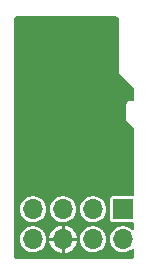
<source format=gbr>
%TF.GenerationSoftware,KiCad,Pcbnew,6.0.9*%
%TF.CreationDate,2023-01-08T13:44:57+01:00*%
%TF.ProjectId,usd-mock-bob,7573642d-6d6f-4636-9b2d-626f622e6b69,0.1.0*%
%TF.SameCoordinates,Original*%
%TF.FileFunction,Copper,L1,Top*%
%TF.FilePolarity,Positive*%
%FSLAX46Y46*%
G04 Gerber Fmt 4.6, Leading zero omitted, Abs format (unit mm)*
G04 Created by KiCad (PCBNEW 6.0.9) date 2023-01-08 13:44:57*
%MOMM*%
%LPD*%
G01*
G04 APERTURE LIST*
%TA.AperFunction,ComponentPad*%
%ADD10O,1.700000X1.700000*%
%TD*%
%TA.AperFunction,ComponentPad*%
%ADD11R,1.700000X1.700000*%
%TD*%
G04 APERTURE END LIST*
D10*
%TO.P,J1,8,Pin_8*%
%TO.N,/DAT1*%
X137180000Y-100265000D03*
%TO.P,J1,7,Pin_7*%
%TO.N,/DAT0*%
X137180000Y-97725000D03*
%TO.P,J1,6,Pin_6*%
%TO.N,GND*%
X139720000Y-100265000D03*
%TO.P,J1,5,Pin_5*%
%TO.N,/CLK*%
X139720000Y-97725000D03*
%TO.P,J1,4,Pin_4*%
%TO.N,/VDD*%
X142260000Y-100265000D03*
%TO.P,J1,3,Pin_3*%
%TO.N,/CMD*%
X142260000Y-97725000D03*
%TO.P,J1,2,Pin_2*%
%TO.N,/DAT3*%
X144800000Y-100265000D03*
D11*
%TO.P,J1,1,Pin_1*%
%TO.N,/DAT2*%
X144800000Y-97725000D03*
%TD*%
%TA.AperFunction,Conductor*%
%TO.N,GND*%
G36*
X140900295Y-81381501D02*
G01*
X144110062Y-81381502D01*
X144129774Y-81383053D01*
X144150002Y-81386257D01*
X144159797Y-81384706D01*
X144160310Y-81384706D01*
X144180020Y-81386257D01*
X144228714Y-81393969D01*
X144266206Y-81406152D01*
X144319429Y-81433271D01*
X144351322Y-81456443D01*
X144393560Y-81498682D01*
X144416729Y-81530572D01*
X144443849Y-81583797D01*
X144456032Y-81621292D01*
X144463750Y-81670025D01*
X144465301Y-81689729D01*
X144465301Y-81690208D01*
X144463750Y-81700001D01*
X144465302Y-81709796D01*
X144465302Y-81714737D01*
X144465163Y-81717959D01*
X144465321Y-81719969D01*
X144464422Y-81730348D01*
X144466933Y-81740457D01*
X144467750Y-81750840D01*
X144467122Y-81750889D01*
X144468507Y-81762209D01*
X144468507Y-86045865D01*
X144465921Y-86070164D01*
X144465853Y-86071602D01*
X144463662Y-86081780D01*
X144464886Y-86092120D01*
X144467634Y-86115342D01*
X144467986Y-86121320D01*
X144468079Y-86121312D01*
X144468507Y-86126490D01*
X144468507Y-86131692D01*
X144469361Y-86136822D01*
X144471693Y-86150832D01*
X144472529Y-86156704D01*
X144478589Y-86207907D01*
X144482574Y-86216206D01*
X144484085Y-86225283D01*
X144508565Y-86270651D01*
X144511246Y-86275914D01*
X144530134Y-86315250D01*
X144530137Y-86315254D01*
X144533567Y-86322398D01*
X144537177Y-86326692D01*
X144539109Y-86328624D01*
X144540896Y-86330573D01*
X144540925Y-86330626D01*
X144540795Y-86330745D01*
X144541296Y-86331313D01*
X144544395Y-86337057D01*
X144552040Y-86344124D01*
X144584216Y-86373867D01*
X144587782Y-86377297D01*
X145731602Y-87521117D01*
X145765628Y-87583429D01*
X145768507Y-87610212D01*
X145768507Y-88392500D01*
X145748505Y-88460621D01*
X145694849Y-88507114D01*
X145642507Y-88518500D01*
X145472246Y-88518500D01*
X145461374Y-88518030D01*
X145419659Y-88514417D01*
X145403223Y-88518500D01*
X145377370Y-88524922D01*
X145367684Y-88526927D01*
X145324722Y-88534078D01*
X145315556Y-88539024D01*
X145310956Y-88540599D01*
X145306507Y-88542524D01*
X145296398Y-88545035D01*
X145287647Y-88550685D01*
X145287648Y-88550685D01*
X145259794Y-88568670D01*
X145251276Y-88573707D01*
X145222113Y-88589442D01*
X145222110Y-88589445D01*
X145212948Y-88594388D01*
X145205883Y-88602030D01*
X145202040Y-88605011D01*
X145198445Y-88608283D01*
X145189701Y-88613929D01*
X145183255Y-88622106D01*
X145162726Y-88648147D01*
X145156306Y-88655664D01*
X145126736Y-88687652D01*
X145122525Y-88697177D01*
X145119855Y-88701241D01*
X145117519Y-88705491D01*
X145111071Y-88713670D01*
X145107621Y-88723495D01*
X145096638Y-88754769D01*
X145092997Y-88763966D01*
X145075381Y-88803813D01*
X145074482Y-88814185D01*
X145072512Y-88821858D01*
X145071615Y-88826023D01*
X145068989Y-88833502D01*
X145068505Y-88839091D01*
X145068505Y-88877759D01*
X145068035Y-88888630D01*
X145064422Y-88930346D01*
X145066933Y-88940455D01*
X145067750Y-88950837D01*
X145067121Y-88950887D01*
X145068505Y-88962199D01*
X145068505Y-90045865D01*
X145065919Y-90070164D01*
X145065851Y-90071602D01*
X145063660Y-90081780D01*
X145064884Y-90092120D01*
X145067632Y-90115342D01*
X145067984Y-90121320D01*
X145068077Y-90121312D01*
X145068505Y-90126490D01*
X145068505Y-90131692D01*
X145069359Y-90136822D01*
X145071691Y-90150832D01*
X145072527Y-90156704D01*
X145078587Y-90207907D01*
X145082572Y-90216206D01*
X145084083Y-90225283D01*
X145108563Y-90270651D01*
X145111244Y-90275914D01*
X145130132Y-90315250D01*
X145130135Y-90315254D01*
X145133565Y-90322398D01*
X145137175Y-90326692D01*
X145139107Y-90328624D01*
X145140894Y-90330573D01*
X145140923Y-90330626D01*
X145140793Y-90330745D01*
X145141294Y-90331313D01*
X145144393Y-90337057D01*
X145152038Y-90344124D01*
X145184200Y-90373854D01*
X145187767Y-90377284D01*
X145731603Y-90921121D01*
X145765628Y-90983433D01*
X145768507Y-91010215D01*
X145768500Y-96031691D01*
X145768503Y-96031711D01*
X145768505Y-96031751D01*
X145768505Y-96494500D01*
X145748503Y-96562621D01*
X145694847Y-96609114D01*
X145642505Y-96620500D01*
X144204451Y-96620501D01*
X143924934Y-96620501D01*
X143889182Y-96627612D01*
X143862874Y-96632844D01*
X143862872Y-96632845D01*
X143850699Y-96635266D01*
X143840379Y-96642161D01*
X143840378Y-96642162D01*
X143779985Y-96682516D01*
X143766516Y-96691516D01*
X143710266Y-96775699D01*
X143695500Y-96849933D01*
X143695501Y-98600066D01*
X143710266Y-98674301D01*
X143717161Y-98684621D01*
X143717162Y-98684622D01*
X143757516Y-98745015D01*
X143766516Y-98758484D01*
X143850699Y-98814734D01*
X143924933Y-98829500D01*
X144204382Y-98829500D01*
X145642505Y-98829499D01*
X145710626Y-98849501D01*
X145757119Y-98903157D01*
X145768505Y-98955499D01*
X145768505Y-99368003D01*
X145748503Y-99436124D01*
X145694847Y-99482617D01*
X145624573Y-99492721D01*
X145556976Y-99460527D01*
X145550022Y-99454098D01*
X145475258Y-99384987D01*
X145470375Y-99381906D01*
X145470371Y-99381903D01*
X145308464Y-99279748D01*
X145303581Y-99276667D01*
X145115039Y-99201446D01*
X145109379Y-99200320D01*
X145109375Y-99200319D01*
X144921613Y-99162971D01*
X144921610Y-99162971D01*
X144915946Y-99161844D01*
X144910171Y-99161768D01*
X144910167Y-99161768D01*
X144808793Y-99160441D01*
X144712971Y-99159187D01*
X144707274Y-99160166D01*
X144707273Y-99160166D01*
X144518607Y-99192585D01*
X144512910Y-99193564D01*
X144322463Y-99263824D01*
X144148010Y-99367612D01*
X144143670Y-99371418D01*
X144143666Y-99371421D01*
X144014079Y-99485067D01*
X143995392Y-99501455D01*
X143869720Y-99660869D01*
X143867031Y-99665980D01*
X143867029Y-99665983D01*
X143819128Y-99757027D01*
X143775203Y-99840515D01*
X143715007Y-100034378D01*
X143691148Y-100235964D01*
X143704424Y-100438522D01*
X143705845Y-100444118D01*
X143705846Y-100444123D01*
X143726119Y-100523945D01*
X143754392Y-100635269D01*
X143756809Y-100640512D01*
X143794010Y-100721208D01*
X143839377Y-100819616D01*
X143956533Y-100985389D01*
X143960675Y-100989424D01*
X144012390Y-101039802D01*
X144101938Y-101127035D01*
X144270720Y-101239812D01*
X144276023Y-101242090D01*
X144276026Y-101242092D01*
X144451921Y-101317662D01*
X144457228Y-101319942D01*
X144516306Y-101333310D01*
X144649579Y-101363467D01*
X144649584Y-101363468D01*
X144655216Y-101364742D01*
X144660987Y-101364969D01*
X144660989Y-101364969D01*
X144720756Y-101367317D01*
X144858053Y-101372712D01*
X144958499Y-101358148D01*
X145053231Y-101344413D01*
X145053236Y-101344412D01*
X145058945Y-101343584D01*
X145064409Y-101341729D01*
X145064414Y-101341728D01*
X145245693Y-101280192D01*
X145245698Y-101280190D01*
X145251165Y-101278334D01*
X145428276Y-101179147D01*
X145436663Y-101172172D01*
X145524769Y-101098894D01*
X145561936Y-101067983D01*
X145627099Y-101039802D01*
X145697155Y-101051325D01*
X145749859Y-101098894D01*
X145768505Y-101164857D01*
X145768505Y-101460060D01*
X145766954Y-101479771D01*
X145763750Y-101500000D01*
X145765302Y-101509796D01*
X145765302Y-101516069D01*
X145764224Y-101532517D01*
X145759296Y-101569953D01*
X145754706Y-101604812D01*
X145746193Y-101636582D01*
X145712085Y-101718927D01*
X145695641Y-101747410D01*
X145641384Y-101818120D01*
X145618125Y-101841378D01*
X145547414Y-101895637D01*
X145518930Y-101912083D01*
X145436590Y-101946191D01*
X145404818Y-101954705D01*
X145332604Y-101964213D01*
X145316160Y-101965291D01*
X145309801Y-101965291D01*
X145300006Y-101963740D01*
X145279784Y-101966943D01*
X145260073Y-101968495D01*
X136039940Y-101968495D01*
X136020229Y-101966944D01*
X136009794Y-101965291D01*
X136009792Y-101965291D01*
X136000000Y-101963740D01*
X135990204Y-101965292D01*
X135983931Y-101965292D01*
X135967483Y-101964214D01*
X135895189Y-101954696D01*
X135863420Y-101946183D01*
X135781082Y-101912078D01*
X135752595Y-101895632D01*
X135681882Y-101841372D01*
X135658624Y-101818114D01*
X135604368Y-101747406D01*
X135587923Y-101718922D01*
X135553817Y-101636581D01*
X135545304Y-101604812D01*
X135535786Y-101532517D01*
X135534708Y-101516069D01*
X135534708Y-101509796D01*
X135536260Y-101500000D01*
X135533056Y-101479771D01*
X135531505Y-101460060D01*
X135531505Y-100235964D01*
X136071148Y-100235964D01*
X136084424Y-100438522D01*
X136085845Y-100444118D01*
X136085846Y-100444123D01*
X136106119Y-100523945D01*
X136134392Y-100635269D01*
X136136809Y-100640512D01*
X136174010Y-100721208D01*
X136219377Y-100819616D01*
X136336533Y-100985389D01*
X136340675Y-100989424D01*
X136392390Y-101039802D01*
X136481938Y-101127035D01*
X136650720Y-101239812D01*
X136656023Y-101242090D01*
X136656026Y-101242092D01*
X136831921Y-101317662D01*
X136837228Y-101319942D01*
X136896306Y-101333310D01*
X137029579Y-101363467D01*
X137029584Y-101363468D01*
X137035216Y-101364742D01*
X137040987Y-101364969D01*
X137040989Y-101364969D01*
X137100756Y-101367317D01*
X137238053Y-101372712D01*
X137338499Y-101358148D01*
X137433231Y-101344413D01*
X137433236Y-101344412D01*
X137438945Y-101343584D01*
X137444409Y-101341729D01*
X137444414Y-101341728D01*
X137625693Y-101280192D01*
X137625698Y-101280190D01*
X137631165Y-101278334D01*
X137808276Y-101179147D01*
X137816663Y-101172172D01*
X137959913Y-101053031D01*
X137964345Y-101049345D01*
X138094147Y-100893276D01*
X138153845Y-100786677D01*
X138190510Y-100721208D01*
X138190511Y-100721206D01*
X138193334Y-100716165D01*
X138195190Y-100710698D01*
X138195192Y-100710693D01*
X138256728Y-100529414D01*
X138256729Y-100529409D01*
X138258584Y-100523945D01*
X138259412Y-100518236D01*
X138259413Y-100518231D01*
X138275453Y-100407602D01*
X138559258Y-100407602D01*
X138561555Y-100442652D01*
X138563355Y-100454021D01*
X138613330Y-100650794D01*
X138617168Y-100661632D01*
X138702165Y-100846006D01*
X138707916Y-100855967D01*
X138825086Y-101021759D01*
X138832564Y-101030514D01*
X138977981Y-101172172D01*
X138986925Y-101179415D01*
X139155726Y-101292205D01*
X139165836Y-101297695D01*
X139352370Y-101377836D01*
X139363313Y-101381391D01*
X139561322Y-101426196D01*
X139572730Y-101427698D01*
X139574899Y-101427783D01*
X139590302Y-101423910D01*
X139590658Y-101423531D01*
X139593000Y-101413697D01*
X139593000Y-101408263D01*
X139847000Y-101408263D01*
X139850966Y-101421769D01*
X139864966Y-101423773D01*
X139988001Y-101405934D01*
X139999184Y-101403250D01*
X140191428Y-101337992D01*
X140201943Y-101333310D01*
X140379065Y-101234117D01*
X140388558Y-101227592D01*
X140544646Y-101097775D01*
X140552775Y-101089646D01*
X140682592Y-100933558D01*
X140689117Y-100924065D01*
X140788310Y-100746943D01*
X140792992Y-100736428D01*
X140858250Y-100544184D01*
X140860934Y-100533001D01*
X140878778Y-100409930D01*
X140876792Y-100395993D01*
X140863224Y-100392000D01*
X139865115Y-100392000D01*
X139849876Y-100396475D01*
X139848671Y-100397865D01*
X139847000Y-100405548D01*
X139847000Y-101408263D01*
X139593000Y-101408263D01*
X139593000Y-100410115D01*
X139588525Y-100394876D01*
X139587135Y-100393671D01*
X139579452Y-100392000D01*
X138576350Y-100392000D01*
X138561310Y-100396416D01*
X138559258Y-100407602D01*
X138275453Y-100407602D01*
X138287179Y-100326727D01*
X138287712Y-100323053D01*
X138289232Y-100265000D01*
X138286564Y-100235964D01*
X141151148Y-100235964D01*
X141164424Y-100438522D01*
X141165845Y-100444118D01*
X141165846Y-100444123D01*
X141186119Y-100523945D01*
X141214392Y-100635269D01*
X141216809Y-100640512D01*
X141254010Y-100721208D01*
X141299377Y-100819616D01*
X141416533Y-100985389D01*
X141420675Y-100989424D01*
X141472390Y-101039802D01*
X141561938Y-101127035D01*
X141730720Y-101239812D01*
X141736023Y-101242090D01*
X141736026Y-101242092D01*
X141911921Y-101317662D01*
X141917228Y-101319942D01*
X141976306Y-101333310D01*
X142109579Y-101363467D01*
X142109584Y-101363468D01*
X142115216Y-101364742D01*
X142120987Y-101364969D01*
X142120989Y-101364969D01*
X142180756Y-101367317D01*
X142318053Y-101372712D01*
X142418499Y-101358148D01*
X142513231Y-101344413D01*
X142513236Y-101344412D01*
X142518945Y-101343584D01*
X142524409Y-101341729D01*
X142524414Y-101341728D01*
X142705693Y-101280192D01*
X142705698Y-101280190D01*
X142711165Y-101278334D01*
X142888276Y-101179147D01*
X142896663Y-101172172D01*
X143039913Y-101053031D01*
X143044345Y-101049345D01*
X143174147Y-100893276D01*
X143233845Y-100786677D01*
X143270510Y-100721208D01*
X143270511Y-100721206D01*
X143273334Y-100716165D01*
X143275190Y-100710698D01*
X143275192Y-100710693D01*
X143336728Y-100529414D01*
X143336729Y-100529409D01*
X143338584Y-100523945D01*
X143339412Y-100518236D01*
X143339413Y-100518231D01*
X143367179Y-100326727D01*
X143367712Y-100323053D01*
X143369232Y-100265000D01*
X143357298Y-100135124D01*
X143351187Y-100068613D01*
X143351186Y-100068610D01*
X143350658Y-100062859D01*
X143345837Y-100045764D01*
X143297125Y-99873046D01*
X143297124Y-99873044D01*
X143295557Y-99867487D01*
X143287120Y-99850377D01*
X143208331Y-99690609D01*
X143205776Y-99685428D01*
X143184959Y-99657550D01*
X143087777Y-99527409D01*
X143084320Y-99522779D01*
X143009789Y-99453883D01*
X142939503Y-99388911D01*
X142935258Y-99384987D01*
X142930375Y-99381906D01*
X142930371Y-99381903D01*
X142768464Y-99279748D01*
X142763581Y-99276667D01*
X142575039Y-99201446D01*
X142569379Y-99200320D01*
X142569375Y-99200319D01*
X142381613Y-99162971D01*
X142381610Y-99162971D01*
X142375946Y-99161844D01*
X142370171Y-99161768D01*
X142370167Y-99161768D01*
X142268793Y-99160441D01*
X142172971Y-99159187D01*
X142167274Y-99160166D01*
X142167273Y-99160166D01*
X141978607Y-99192585D01*
X141972910Y-99193564D01*
X141782463Y-99263824D01*
X141608010Y-99367612D01*
X141603670Y-99371418D01*
X141603666Y-99371421D01*
X141474079Y-99485067D01*
X141455392Y-99501455D01*
X141329720Y-99660869D01*
X141327031Y-99665980D01*
X141327029Y-99665983D01*
X141279128Y-99757027D01*
X141235203Y-99840515D01*
X141175007Y-100034378D01*
X141151148Y-100235964D01*
X138286564Y-100235964D01*
X138277298Y-100135124D01*
X138275910Y-100120012D01*
X138561428Y-100120012D01*
X138563870Y-100134431D01*
X138576612Y-100138000D01*
X139574885Y-100138000D01*
X139590124Y-100133525D01*
X139591329Y-100132135D01*
X139593000Y-100124452D01*
X139593000Y-100119885D01*
X139847000Y-100119885D01*
X139851475Y-100135124D01*
X139852865Y-100136329D01*
X139860548Y-100138000D01*
X140862717Y-100138000D01*
X140877262Y-100133729D01*
X140879325Y-100121595D01*
X140873397Y-100057085D01*
X140871299Y-100045764D01*
X140816194Y-99850377D01*
X140812069Y-99839630D01*
X140722277Y-99657550D01*
X140716267Y-99647742D01*
X140594792Y-99485067D01*
X140587103Y-99476527D01*
X140438015Y-99338712D01*
X140428891Y-99331711D01*
X140257185Y-99223372D01*
X140246942Y-99218153D01*
X140058378Y-99142924D01*
X140047342Y-99139655D01*
X139864769Y-99103339D01*
X139851894Y-99104491D01*
X139847000Y-99119647D01*
X139847000Y-100119885D01*
X139593000Y-100119885D01*
X139593000Y-99120242D01*
X139589194Y-99107280D01*
X139574279Y-99105344D01*
X139422231Y-99131471D01*
X139411111Y-99134451D01*
X139220641Y-99204719D01*
X139210263Y-99209669D01*
X139035786Y-99313472D01*
X139026477Y-99320236D01*
X138873836Y-99454098D01*
X138865926Y-99462433D01*
X138740234Y-99621873D01*
X138733966Y-99631524D01*
X138639441Y-99811187D01*
X138635036Y-99821821D01*
X138574833Y-100015708D01*
X138572441Y-100026959D01*
X138561428Y-100120012D01*
X138275910Y-100120012D01*
X138271187Y-100068613D01*
X138271186Y-100068610D01*
X138270658Y-100062859D01*
X138265837Y-100045764D01*
X138217125Y-99873046D01*
X138217124Y-99873044D01*
X138215557Y-99867487D01*
X138207120Y-99850377D01*
X138128331Y-99690609D01*
X138125776Y-99685428D01*
X138104959Y-99657550D01*
X138007777Y-99527409D01*
X138004320Y-99522779D01*
X137929789Y-99453883D01*
X137859503Y-99388911D01*
X137855258Y-99384987D01*
X137850375Y-99381906D01*
X137850371Y-99381903D01*
X137688464Y-99279748D01*
X137683581Y-99276667D01*
X137495039Y-99201446D01*
X137489379Y-99200320D01*
X137489375Y-99200319D01*
X137301613Y-99162971D01*
X137301610Y-99162971D01*
X137295946Y-99161844D01*
X137290171Y-99161768D01*
X137290167Y-99161768D01*
X137188793Y-99160441D01*
X137092971Y-99159187D01*
X137087274Y-99160166D01*
X137087273Y-99160166D01*
X136898607Y-99192585D01*
X136892910Y-99193564D01*
X136702463Y-99263824D01*
X136528010Y-99367612D01*
X136523670Y-99371418D01*
X136523666Y-99371421D01*
X136394079Y-99485067D01*
X136375392Y-99501455D01*
X136249720Y-99660869D01*
X136247031Y-99665980D01*
X136247029Y-99665983D01*
X136199128Y-99757027D01*
X136155203Y-99840515D01*
X136095007Y-100034378D01*
X136071148Y-100235964D01*
X135531505Y-100235964D01*
X135531505Y-97695964D01*
X136071148Y-97695964D01*
X136084424Y-97898522D01*
X136085845Y-97904118D01*
X136085846Y-97904123D01*
X136106119Y-97983945D01*
X136134392Y-98095269D01*
X136136809Y-98100512D01*
X136174010Y-98181208D01*
X136219377Y-98279616D01*
X136336533Y-98445389D01*
X136481938Y-98587035D01*
X136650720Y-98699812D01*
X136656023Y-98702090D01*
X136656026Y-98702092D01*
X136787283Y-98758484D01*
X136837228Y-98779942D01*
X136910244Y-98796464D01*
X137029579Y-98823467D01*
X137029584Y-98823468D01*
X137035216Y-98824742D01*
X137040987Y-98824969D01*
X137040989Y-98824969D01*
X137100756Y-98827317D01*
X137238053Y-98832712D01*
X137345348Y-98817155D01*
X137433231Y-98804413D01*
X137433236Y-98804412D01*
X137438945Y-98803584D01*
X137444409Y-98801729D01*
X137444414Y-98801728D01*
X137625693Y-98740192D01*
X137625698Y-98740190D01*
X137631165Y-98738334D01*
X137808276Y-98639147D01*
X137870934Y-98587035D01*
X137959913Y-98513031D01*
X137964345Y-98509345D01*
X138094147Y-98353276D01*
X138193334Y-98176165D01*
X138195190Y-98170698D01*
X138195192Y-98170693D01*
X138256728Y-97989414D01*
X138256729Y-97989409D01*
X138258584Y-97983945D01*
X138259412Y-97978236D01*
X138259413Y-97978231D01*
X138287179Y-97786727D01*
X138287712Y-97783053D01*
X138289232Y-97725000D01*
X138286564Y-97695964D01*
X138611148Y-97695964D01*
X138624424Y-97898522D01*
X138625845Y-97904118D01*
X138625846Y-97904123D01*
X138646119Y-97983945D01*
X138674392Y-98095269D01*
X138676809Y-98100512D01*
X138714010Y-98181208D01*
X138759377Y-98279616D01*
X138876533Y-98445389D01*
X139021938Y-98587035D01*
X139190720Y-98699812D01*
X139196023Y-98702090D01*
X139196026Y-98702092D01*
X139327283Y-98758484D01*
X139377228Y-98779942D01*
X139450244Y-98796464D01*
X139569579Y-98823467D01*
X139569584Y-98823468D01*
X139575216Y-98824742D01*
X139580987Y-98824969D01*
X139580989Y-98824969D01*
X139640756Y-98827317D01*
X139778053Y-98832712D01*
X139885348Y-98817155D01*
X139973231Y-98804413D01*
X139973236Y-98804412D01*
X139978945Y-98803584D01*
X139984409Y-98801729D01*
X139984414Y-98801728D01*
X140165693Y-98740192D01*
X140165698Y-98740190D01*
X140171165Y-98738334D01*
X140348276Y-98639147D01*
X140410934Y-98587035D01*
X140499913Y-98513031D01*
X140504345Y-98509345D01*
X140634147Y-98353276D01*
X140733334Y-98176165D01*
X140735190Y-98170698D01*
X140735192Y-98170693D01*
X140796728Y-97989414D01*
X140796729Y-97989409D01*
X140798584Y-97983945D01*
X140799412Y-97978236D01*
X140799413Y-97978231D01*
X140827179Y-97786727D01*
X140827712Y-97783053D01*
X140829232Y-97725000D01*
X140826564Y-97695964D01*
X141151148Y-97695964D01*
X141164424Y-97898522D01*
X141165845Y-97904118D01*
X141165846Y-97904123D01*
X141186119Y-97983945D01*
X141214392Y-98095269D01*
X141216809Y-98100512D01*
X141254010Y-98181208D01*
X141299377Y-98279616D01*
X141416533Y-98445389D01*
X141561938Y-98587035D01*
X141730720Y-98699812D01*
X141736023Y-98702090D01*
X141736026Y-98702092D01*
X141867283Y-98758484D01*
X141917228Y-98779942D01*
X141990244Y-98796464D01*
X142109579Y-98823467D01*
X142109584Y-98823468D01*
X142115216Y-98824742D01*
X142120987Y-98824969D01*
X142120989Y-98824969D01*
X142180756Y-98827317D01*
X142318053Y-98832712D01*
X142425348Y-98817155D01*
X142513231Y-98804413D01*
X142513236Y-98804412D01*
X142518945Y-98803584D01*
X142524409Y-98801729D01*
X142524414Y-98801728D01*
X142705693Y-98740192D01*
X142705698Y-98740190D01*
X142711165Y-98738334D01*
X142888276Y-98639147D01*
X142950934Y-98587035D01*
X143039913Y-98513031D01*
X143044345Y-98509345D01*
X143174147Y-98353276D01*
X143273334Y-98176165D01*
X143275190Y-98170698D01*
X143275192Y-98170693D01*
X143336728Y-97989414D01*
X143336729Y-97989409D01*
X143338584Y-97983945D01*
X143339412Y-97978236D01*
X143339413Y-97978231D01*
X143367179Y-97786727D01*
X143367712Y-97783053D01*
X143369232Y-97725000D01*
X143350658Y-97522859D01*
X143349090Y-97517299D01*
X143297125Y-97333046D01*
X143297124Y-97333044D01*
X143295557Y-97327487D01*
X143284978Y-97306033D01*
X143208331Y-97150609D01*
X143205776Y-97145428D01*
X143084320Y-96982779D01*
X142935258Y-96844987D01*
X142930375Y-96841906D01*
X142930371Y-96841903D01*
X142768464Y-96739748D01*
X142763581Y-96736667D01*
X142575039Y-96661446D01*
X142569379Y-96660320D01*
X142569375Y-96660319D01*
X142381613Y-96622971D01*
X142381610Y-96622971D01*
X142375946Y-96621844D01*
X142370171Y-96621768D01*
X142370167Y-96621768D01*
X142268793Y-96620441D01*
X142172971Y-96619187D01*
X142167274Y-96620166D01*
X142167273Y-96620166D01*
X142093492Y-96632844D01*
X141972910Y-96653564D01*
X141782463Y-96723824D01*
X141608010Y-96827612D01*
X141603670Y-96831418D01*
X141603666Y-96831421D01*
X141459733Y-96957648D01*
X141455392Y-96961455D01*
X141329720Y-97120869D01*
X141327031Y-97125980D01*
X141327029Y-97125983D01*
X141314073Y-97150609D01*
X141235203Y-97300515D01*
X141175007Y-97494378D01*
X141151148Y-97695964D01*
X140826564Y-97695964D01*
X140810658Y-97522859D01*
X140809090Y-97517299D01*
X140757125Y-97333046D01*
X140757124Y-97333044D01*
X140755557Y-97327487D01*
X140744978Y-97306033D01*
X140668331Y-97150609D01*
X140665776Y-97145428D01*
X140544320Y-96982779D01*
X140395258Y-96844987D01*
X140390375Y-96841906D01*
X140390371Y-96841903D01*
X140228464Y-96739748D01*
X140223581Y-96736667D01*
X140035039Y-96661446D01*
X140029379Y-96660320D01*
X140029375Y-96660319D01*
X139841613Y-96622971D01*
X139841610Y-96622971D01*
X139835946Y-96621844D01*
X139830171Y-96621768D01*
X139830167Y-96621768D01*
X139728793Y-96620441D01*
X139632971Y-96619187D01*
X139627274Y-96620166D01*
X139627273Y-96620166D01*
X139553492Y-96632844D01*
X139432910Y-96653564D01*
X139242463Y-96723824D01*
X139068010Y-96827612D01*
X139063670Y-96831418D01*
X139063666Y-96831421D01*
X138919733Y-96957648D01*
X138915392Y-96961455D01*
X138789720Y-97120869D01*
X138787031Y-97125980D01*
X138787029Y-97125983D01*
X138774073Y-97150609D01*
X138695203Y-97300515D01*
X138635007Y-97494378D01*
X138611148Y-97695964D01*
X138286564Y-97695964D01*
X138270658Y-97522859D01*
X138269090Y-97517299D01*
X138217125Y-97333046D01*
X138217124Y-97333044D01*
X138215557Y-97327487D01*
X138204978Y-97306033D01*
X138128331Y-97150609D01*
X138125776Y-97145428D01*
X138004320Y-96982779D01*
X137855258Y-96844987D01*
X137850375Y-96841906D01*
X137850371Y-96841903D01*
X137688464Y-96739748D01*
X137683581Y-96736667D01*
X137495039Y-96661446D01*
X137489379Y-96660320D01*
X137489375Y-96660319D01*
X137301613Y-96622971D01*
X137301610Y-96622971D01*
X137295946Y-96621844D01*
X137290171Y-96621768D01*
X137290167Y-96621768D01*
X137188793Y-96620441D01*
X137092971Y-96619187D01*
X137087274Y-96620166D01*
X137087273Y-96620166D01*
X137013492Y-96632844D01*
X136892910Y-96653564D01*
X136702463Y-96723824D01*
X136528010Y-96827612D01*
X136523670Y-96831418D01*
X136523666Y-96831421D01*
X136379733Y-96957648D01*
X136375392Y-96961455D01*
X136249720Y-97120869D01*
X136247031Y-97125980D01*
X136247029Y-97125983D01*
X136234073Y-97150609D01*
X136155203Y-97300515D01*
X136095007Y-97494378D01*
X136071148Y-97695964D01*
X135531505Y-97695964D01*
X135531505Y-95968308D01*
X135531507Y-81739941D01*
X135533058Y-81720230D01*
X135534711Y-81709796D01*
X135534711Y-81709793D01*
X135536262Y-81700001D01*
X135534710Y-81690204D01*
X135534710Y-81689696D01*
X135536261Y-81669981D01*
X135536313Y-81669656D01*
X135543973Y-81621291D01*
X135556155Y-81583799D01*
X135583274Y-81530575D01*
X135606447Y-81498681D01*
X135648685Y-81456444D01*
X135680575Y-81433275D01*
X135733800Y-81406155D01*
X135771296Y-81393972D01*
X135820014Y-81386257D01*
X135839717Y-81384706D01*
X135840210Y-81384706D01*
X135850003Y-81386257D01*
X135859800Y-81384705D01*
X135864742Y-81384705D01*
X135867966Y-81384844D01*
X135869974Y-81384686D01*
X135880353Y-81385585D01*
X135890462Y-81383074D01*
X135900845Y-81382257D01*
X135900894Y-81382885D01*
X135912214Y-81381500D01*
X140900295Y-81381501D01*
G37*
%TD.AperFunction*%
%TD*%
M02*

</source>
